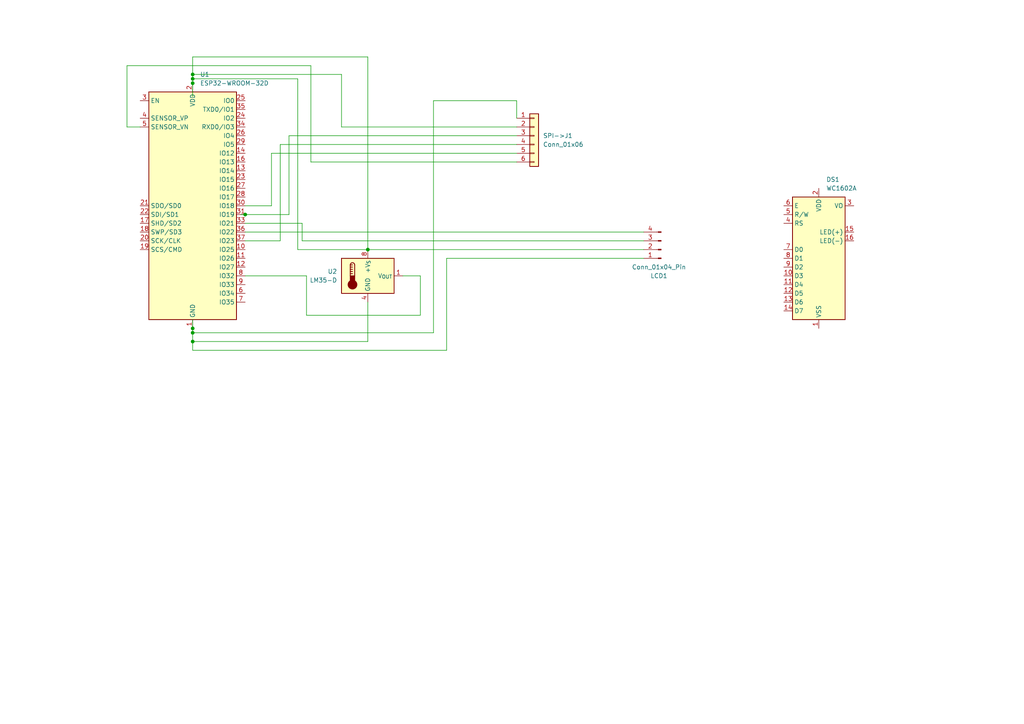
<source format=kicad_sch>
(kicad_sch (version 20250114) (generator "eeschema") (generator_version "9.0")
  (paper "A4")
  (lib_symbols
    (symbol "Connector:Conn_01x04_Pin" (pin_names (offset 1.016) (hide yes))
      (property "Reference" "LCD" (at 0.635 7.62 0))
      (property "Value" "Conn_01x04_Pin" (at 0.635 5.08 0))
      (symbol "Conn_01x04_Pin_1_1"
        (rectangle (start 0.8636 2.667) (end 0 2.413) (stroke (width 0.1524)) (fill (type outline)))
        (rectangle (start 0.8636 0.127) (end 0 -0.127) (stroke (width 0.1524)) (fill (type outline)))
        (rectangle (start 0.8636 -2.413) (end 0 -2.667) (stroke (width 0.1524)) (fill (type outline)))
        (rectangle (start 0.8636 -4.953) (end 0 -5.207) (stroke (width 0.1524)) (fill (type outline)))
        (polyline (pts (xy 1.27 2.54) (xy 0.8636 2.54)) (stroke (width 0.1524)))
        (polyline (pts (xy 1.27 0) (xy 0.8636 0)) (stroke (width 0.1524)))
        (polyline (pts (xy 1.27 -2.54) (xy 0.8636 -2.54)) (stroke (width 0.1524)))
        (polyline (pts (xy 1.27 -5.08) (xy 0.8636 -5.08)) (stroke (width 0.1524)))
        (pin passive line (at 5.08 2.54 180) (length 3.81) (name "Pin_1") (number "1"))
        (pin passive line (at 5.08 0 180) (length 3.81) (name "Pin_2") (number "2"))
        (pin passive line (at 5.08 -2.54 180) (length 3.81) (name "Pin_3") (number "3"))
        (pin passive line (at 5.08 -5.08 180) (length 3.81) (name "Pin_4") (number "4"))
      )
    )
    (symbol "Connector_Generic:Conn_01x06" (pin_names (offset 1.016) (hide yes))
      (property "Reference" "J" (at 0 7.62 0))
      (property "Value" "Conn_01x06" (at 0 -10.16 0))
      (symbol "Conn_01x06_1_1"
        (rectangle (start -1.27 6.35) (end 1.27 -8.89) (stroke (width 0.254)) (fill (type background)))
        (rectangle (start -1.27 5.207) (end 0 4.953) (stroke (width 0.1524)))
        (rectangle (start -1.27 2.667) (end 0 2.413) (stroke (width 0.1524)))
        (rectangle (start -1.27 0.127) (end 0 -0.127) (stroke (width 0.1524)))
        (rectangle (start -1.27 -2.413) (end 0 -2.667) (stroke (width 0.1524)))
        (rectangle (start -1.27 -4.953) (end 0 -5.207) (stroke (width 0.1524)))
        (rectangle (start -1.27 -7.493) (end 0 -7.747) (stroke (width 0.1524)))
        (pin passive line (at -5.08 5.08 0) (length 3.81) (name "Pin_1") (number "1"))
        (pin passive line (at -5.08 2.54 0) (length 3.81) (name "Pin_2") (number "2"))
        (pin passive line (at -5.08 0 0) (length 3.81) (name "Pin_3") (number "3"))
        (pin passive line (at -5.08 -2.54 0) (length 3.81) (name "Pin_4") (number "4"))
        (pin passive line (at -5.08 -5.08 0) (length 3.81) (name "Pin_5") (number "5"))
        (pin passive line (at -5.08 -7.62 0) (length 3.81) (name "Pin_6") (number "6"))
      )
    )
    (symbol "Display_Character:WC1602A"
      (property "Reference" "DS" (at -5.842 19.05 0))
      (property "Value" "WC1602A" (at 5.334 19.05 0))
      (symbol "WC1602A_1_1"
        (rectangle (start -7.62 17.78) (end 7.62 -17.78) (stroke (width 0.254)) (fill (type background)))
        (pin input line (at -10.16 15.24 0) (length 2.54) (name "E") (number "6"))
        (pin input line (at -10.16 12.7 0) (length 2.54) (name "R/W") (number "5"))
        (pin input line (at -10.16 10.16 0) (length 2.54) (name "RS") (number "4"))
        (pin input line (at -10.16 2.54 0) (length 2.54) (name "D0") (number "7"))
        (pin input line (at -10.16 0 0) (length 2.54) (name "D1") (number "8"))
        (pin input line (at -10.16 -2.54 0) (length 2.54) (name "D2") (number "9"))
        (pin input line (at -10.16 -5.08 0) (length 2.54) (name "D3") (number "10"))
        (pin input line (at -10.16 -7.62 0) (length 2.54) (name "D4") (number "11"))
        (pin input line (at -10.16 -10.16 0) (length 2.54) (name "D5") (number "12"))
        (pin input line (at -10.16 -12.7 0) (length 2.54) (name "D6") (number "13"))
        (pin input line (at -10.16 -15.24 0) (length 2.54) (name "D7") (number "14"))
        (pin power_in line (at 0 20.32 270) (length 2.54) (name "VDD") (number "2"))
        (pin power_in line (at 0 -20.32 90) (length 2.54) (name "VSS") (number "1"))
        (pin input line (at 10.16 15.24 180) (length 2.54) (name "VO") (number "3"))
        (pin power_in line (at 10.16 7.62 180) (length 2.54) (name "LED(+)") (number "15"))
        (pin power_in line (at 10.16 5.08 180) (length 2.54) (name "LED(-)") (number "16"))
      )
    )
    (symbol "RF_Module:ESP32-WROOM-32D"
      (property "Reference" "U" (at -12.7 34.29 0))
      (property "Value" "ESP32-WROOM-32D" (at 1.27 34.29 0))
      (symbol "ESP32-WROOM-32D_0_1"
        (rectangle (start -12.7 33.02) (end 12.7 -33.02) (stroke (width 0.254)) (fill (type background)))
      )
      (symbol "ESP32-WROOM-32D_1_1"
        (pin input line (at -15.24 30.48 0) (length 2.54) (name "EN") (number "3"))
        (pin input line (at -15.24 25.4 0) (length 2.54) (name "SENSOR_VP") (number "4"))
        (pin input line (at -15.24 22.86 0) (length 2.54) (name "SENSOR_VN") (number "5"))
        (pin bidirectional line (at -15.24 0 0) (length 2.54) (name "SDO/SD0") (number "21"))
        (pin bidirectional line (at -15.24 -2.54 0) (length 2.54) (name "SDI/SD1") (number "22"))
        (pin bidirectional line (at -15.24 -5.08 0) (length 2.54) (name "SHD/SD2") (number "17"))
        (pin bidirectional line (at -15.24 -7.62 0) (length 2.54) (name "SWP/SD3") (number "18"))
        (pin bidirectional line (at -15.24 -10.16 0) (length 2.54) (name "SCK/CLK") (number "20"))
        (pin bidirectional line (at -15.24 -12.7 0) (length 2.54) (name "SCS/CMD") (number "19"))
        (pin no_connect line (at -12.7 -27.94 0) (length 2.54) (hide yes) (name "NC") (number "32"))
        (pin power_in line (at 0 35.56 270) (length 2.54) (name "VDD") (number "2"))
        (pin power_in line (at 0 -35.56 90) (length 2.54) (name "GND") (number "1"))
        (pin passive line (at 0 -35.56 90) (length 2.54) (hide yes) (name "GND") (number "15"))
        (pin passive line (at 0 -35.56 90) (length 2.54) (hide yes) (name "GND") (number "38"))
        (pin passive line (at 0 -35.56 90) (length 2.54) (hide yes) (name "GND") (number "39"))
        (pin bidirectional line (at 15.24 30.48 180) (length 2.54) (name "IO0") (number "25"))
        (pin bidirectional line (at 15.24 27.94 180) (length 2.54) (name "TXD0/IO1") (number "35"))
        (pin bidirectional line (at 15.24 25.4 180) (length 2.54) (name "IO2") (number "24"))
        (pin bidirectional line (at 15.24 22.86 180) (length 2.54) (name "RXD0/IO3") (number "34"))
        (pin bidirectional line (at 15.24 20.32 180) (length 2.54) (name "IO4") (number "26"))
        (pin bidirectional line (at 15.24 17.78 180) (length 2.54) (name "IO5") (number "29"))
        (pin bidirectional line (at 15.24 15.24 180) (length 2.54) (name "IO12") (number "14"))
        (pin bidirectional line (at 15.24 12.7 180) (length 2.54) (name "IO13") (number "16"))
        (pin bidirectional line (at 15.24 10.16 180) (length 2.54) (name "IO14") (number "13"))
        (pin bidirectional line (at 15.24 7.62 180) (length 2.54) (name "IO15") (number "23"))
        (pin bidirectional line (at 15.24 5.08 180) (length 2.54) (name "IO16") (number "27"))
        (pin bidirectional line (at 15.24 2.54 180) (length 2.54) (name "IO17") (number "28"))
        (pin bidirectional line (at 15.24 0 180) (length 2.54) (name "IO18") (number "30"))
        (pin bidirectional line (at 15.24 -2.54 180) (length 2.54) (name "IO19") (number "31"))
        (pin bidirectional line (at 15.24 -5.08 180) (length 2.54) (name "IO21") (number "33"))
        (pin bidirectional line (at 15.24 -7.62 180) (length 2.54) (name "IO22") (number "36"))
        (pin bidirectional line (at 15.24 -10.16 180) (length 2.54) (name "IO23") (number "37"))
        (pin bidirectional line (at 15.24 -12.7 180) (length 2.54) (name "IO25") (number "10"))
        (pin bidirectional line (at 15.24 -15.24 180) (length 2.54) (name "IO26") (number "11"))
        (pin bidirectional line (at 15.24 -17.78 180) (length 2.54) (name "IO27") (number "12"))
        (pin bidirectional line (at 15.24 -20.32 180) (length 2.54) (name "IO32") (number "8"))
        (pin bidirectional line (at 15.24 -22.86 180) (length 2.54) (name "IO33") (number "9"))
        (pin input line (at 15.24 -25.4 180) (length 2.54) (name "IO34") (number "6"))
        (pin input line (at 15.24 -27.94 180) (length 2.54) (name "IO35") (number "7"))
      )
    )
    (symbol "Sensor_Temperature:LM35-D"
      (property "Reference" "U" (at -6.35 6.35 0))
      (property "Value" "LM35-D" (at 1.27 6.35 0))
      (symbol "LM35-D_0_1"
        (rectangle (start -7.62 5.08) (end 7.62 -5.08) (stroke (width 0.254)) (fill (type background)))
        (polyline (pts (xy -5.08 3.175) (xy -5.08 0)) (stroke (width 0.254)))
        (polyline (pts (xy -5.08 3.175) (xy -4.445 3.175)) (stroke (width 0.254)))
        (polyline (pts (xy -5.08 2.54) (xy -4.445 2.54)) (stroke (width 0.254)))
        (polyline (pts (xy -5.08 1.905) (xy -4.445 1.905)) (stroke (width 0.254)))
        (polyline (pts (xy -5.08 1.27) (xy -4.445 1.27)) (stroke (width 0.254)))
        (polyline (pts (xy -5.08 0.635) (xy -4.445 0.635)) (stroke (width 0.254)))
        (arc (start -5.08 3.175) (mid -4.445 3.8073) (end -3.81 3.175) (stroke (width 0.254)))
        (circle (center -4.445 -2.54) (radius 1.27) (stroke (width 0.254)) (fill (type outline)))
        (polyline (pts (xy -3.81 3.175) (xy -3.81 0)) (stroke (width 0.254)))
        (rectangle (start -3.81 -1.905) (end -5.08 0) (stroke (width 0.254)) (fill (type outline)))
      )
      (symbol "LM35-D_1_1"
        (pin no_connect line (at -2.54 5.08 270) (length 2.54) (hide yes) (name "NC") (number "3"))
        (pin no_connect line (at -2.54 -5.08 90) (length 2.54) (hide yes) (name "NC") (number "2"))
        (pin power_in line (at 0 7.62 270) (length 2.54) (name "+V_{S}") (number "8"))
        (pin power_in line (at 0 -7.62 90) (length 2.54) (name "GND") (number "4"))
        (pin no_connect line (at 2.54 -5.08 90) (length 2.54) (hide yes) (name "NC") (number "5"))
        (pin no_connect line (at 5.08 -5.08 90) (length 2.54) (hide yes) (name "NC") (number "6"))
        (pin no_connect line (at 7.62 2.54 180) (length 2.54) (hide yes) (name "NC") (number "7"))
        (pin output line (at 10.16 0 180) (length 2.54) (name "V_{OUT}") (number "1"))
      )
    )
  )
  (junction (at 55.88 24.13))
  (junction (at 55.88 96.52))
  (junction (at 71.12 62.23))
  (junction (at 55.88 95.25))
  (junction (at 106.68 72.39))
  (junction (at 55.88 22.86))
  (junction (at 55.88 99.06))
  (junction (at 55.88 21.59))
  (wire (pts (xy 81.28 41.91) (xy 81.28 69.85)))
  (wire (pts (xy 55.88 21.59) (xy 99.06 21.59)))
  (wire (pts (xy 83.82 39.37) (xy 83.82 62.23)))
  (wire (pts (xy 186.69 72.39) (xy 106.68 72.39)))
  (wire (pts (xy 71.12 69.85) (xy 81.28 69.85)))
  (wire (pts (xy 87.63 69.85) (xy 87.63 64.77)))
  (wire (pts (xy 71.12 59.69) (xy 78.74 59.69)))
  (wire (pts (xy 149.86 41.91) (xy 81.28 41.91)))
  (wire (pts (xy 106.68 72.39) (xy 106.68 16.51)))
  (wire (pts (xy 36.83 36.83) (xy 40.64 36.83)))
  (wire (pts (xy 116.84 80.01) (xy 121.92 80.01)))
  (wire (pts (xy 71.12 80.01) (xy 88.9 80.01)))
  (wire (pts (xy 55.88 16.51) (xy 55.88 21.59)))
  (wire (pts (xy 149.86 46.99) (xy 90.17 46.99)))
  (wire (pts (xy 90.17 19.05) (xy 36.83 19.05)))
  (wire (pts (xy 129.54 101.6) (xy 55.88 101.6)))
  (wire (pts (xy 36.83 19.05) (xy 36.83 36.83)))
  (wire (pts (xy 186.69 74.93) (xy 129.54 74.93)))
  (wire (pts (xy 86.36 22.86) (xy 55.88 22.86)))
  (wire (pts (xy 55.88 96.52) (xy 55.88 95.25)))
  (wire (pts (xy 88.9 80.01) (xy 88.9 91.44)))
  (wire (pts (xy 55.88 22.86) (xy 55.88 24.13)))
  (wire (pts (xy 78.74 44.45) (xy 78.74 59.69)))
  (wire (pts (xy 125.73 96.52) (xy 55.88 96.52)))
  (wire (pts (xy 99.06 36.83) (xy 99.06 21.59)))
  (wire (pts (xy 88.9 91.44) (xy 121.92 91.44)))
  (wire (pts (xy 55.88 99.06) (xy 55.88 101.6)))
  (wire (pts (xy 55.88 24.13) (xy 55.88 27.94)))
  (wire (pts (xy 55.88 21.59) (xy 55.88 22.86)))
  (wire (pts (xy 106.68 87.63) (xy 106.68 99.06)))
  (wire (pts (xy 125.73 29.21) (xy 125.73 96.52)))
  (wire (pts (xy 106.68 99.06) (xy 55.88 99.06)))
  (wire (pts (xy 71.12 64.77) (xy 87.63 64.77)))
  (wire (pts (xy 55.88 96.52) (xy 55.88 99.06)))
  (wire (pts (xy 149.86 34.29) (xy 149.86 29.21)))
  (wire (pts (xy 71.12 62.23) (xy 83.82 62.23)))
  (wire (pts (xy 121.92 91.44) (xy 121.92 80.01)))
  (wire (pts (xy 71.12 67.31) (xy 186.69 67.31)))
  (wire (pts (xy 86.36 72.39) (xy 86.36 22.86)))
  (wire (pts (xy 129.54 74.93) (xy 129.54 101.6)))
  (wire (pts (xy 55.88 95.25) (xy 55.88 92.71)))
  (wire (pts (xy 69.85 62.23) (xy 71.12 62.23)))
  (wire (pts (xy 149.86 36.83) (xy 99.06 36.83)))
  (wire (pts (xy 106.68 72.39) (xy 86.36 72.39)))
  (wire (pts (xy 149.86 29.21) (xy 125.73 29.21)))
  (wire (pts (xy 106.68 16.51) (xy 55.88 16.51)))
  (wire (pts (xy 149.86 44.45) (xy 78.74 44.45)))
  (wire (pts (xy 186.69 69.85) (xy 87.63 69.85)))
  (wire (pts (xy 149.86 39.37) (xy 83.82 39.37)))
  (wire (pts (xy 90.17 46.99) (xy 90.17 19.05)))
  (symbol (lib_id "Connector:Conn_01x04_Pin") (at 191.77 72.39 180) (unit 1)
    (property "Reference" "LCD1" (at 191.135 80.01 0))
    (property "Value" "Conn_01x04_Pin" (at 191.135 77.47 0))
    (property "Footprint" "Connector:BJB_Pico_46.110.1001_Receptacle_Horizontal" (effects (hide yes)))
    (property "Description" "Generic connector, single row, 01x04, script generated" (effects (hide yes)))
  )
  (symbol (lib_id "Sensor_Temperature:LM35-D") (at 106.68 80.01 0) (unit 1)
    (property "Reference" "U2" (at 97.79 78.7399 0) (effects (justify right)))
    (property "Value" "LM35-D" (at 97.79 81.2799 0) (effects (justify right)))
    (property "Footprint" "Package_SO:SOIC-8_3.9x4.9mm_P1.27mm" (effects (hide yes)))
    (property "Datasheet" "http://www.ti.com/lit/ds/symlink/lm35.pdf" (effects (hide yes)))
    (property "Description" "Precision centigrade temperature sensor, SOIC-8" (effects (hide yes)))
  )
  (symbol (lib_id "Display_Character:WC1602A") (at 237.49 74.93 0) (unit 1)
    (property "Reference" "DS1" (at 239.6333 52.07 0) (effects (justify left)))
    (property "Value" "WC1602A" (at 239.6333 54.61 0) (effects (justify left)))
    (property "Footprint" "Display:WC1602A" (effects (hide yes)))
    (property "Datasheet" "http://www.wincomlcd.com/pdf/WC1602A-SFYLYHTC06.pdf" (effects (hide yes)))
    (property "Description" "LCD 16x2 Alphanumeric , 8 bit parallel bus, 5V VDD" (effects (hide yes)))
  )
  (symbol (lib_id "RF_Module:ESP32-WROOM-32D") (at 55.88 59.69 0) (unit 1)
    (property "Reference" "U1" (at 58.0233 21.59 0) (effects (justify left)))
    (property "Value" "ESP32-WROOM-32D" (at 58.0233 24.13 0) (effects (justify left)))
    (property "Footprint" "RF_Module:ESP32-WROOM-32D" (effects (hide yes)))
    (property "Datasheet" "https://www.espressif.com/sites/default/files/documentation/esp32-wroom-32d_esp32-wroom-32u_datasheet_en.pdf" (effects (hide yes)))
    (property "Description" "RF Module, ESP32-D0WD SoC, Wi-Fi 802.11b/g/n, Bluetooth, BLE, 32-bit, 2.7-3.6V, onboard antenna, SMD" (effects (hide yes)))
  )
  (symbol (lib_id "Connector_Generic:Conn_01x06") (at 154.94 39.37 0) (unit 1)
    (property "Reference" "SPI->J1" (at 157.48 39.3699 0) (effects (justify left)))
    (property "Value" "Conn_01x06" (at 157.48 41.9099 0) (effects (justify left)))
    (property "Footprint" "Connector:IHI_B6A-PCB-45_Vertical" (effects (hide yes)))
    (property "Description" "Generic connector, single row, 01x06, script generated (kicad-library-utils/schlib/autogen/connector/)" (effects (hide yes)))
  )
)
</source>
